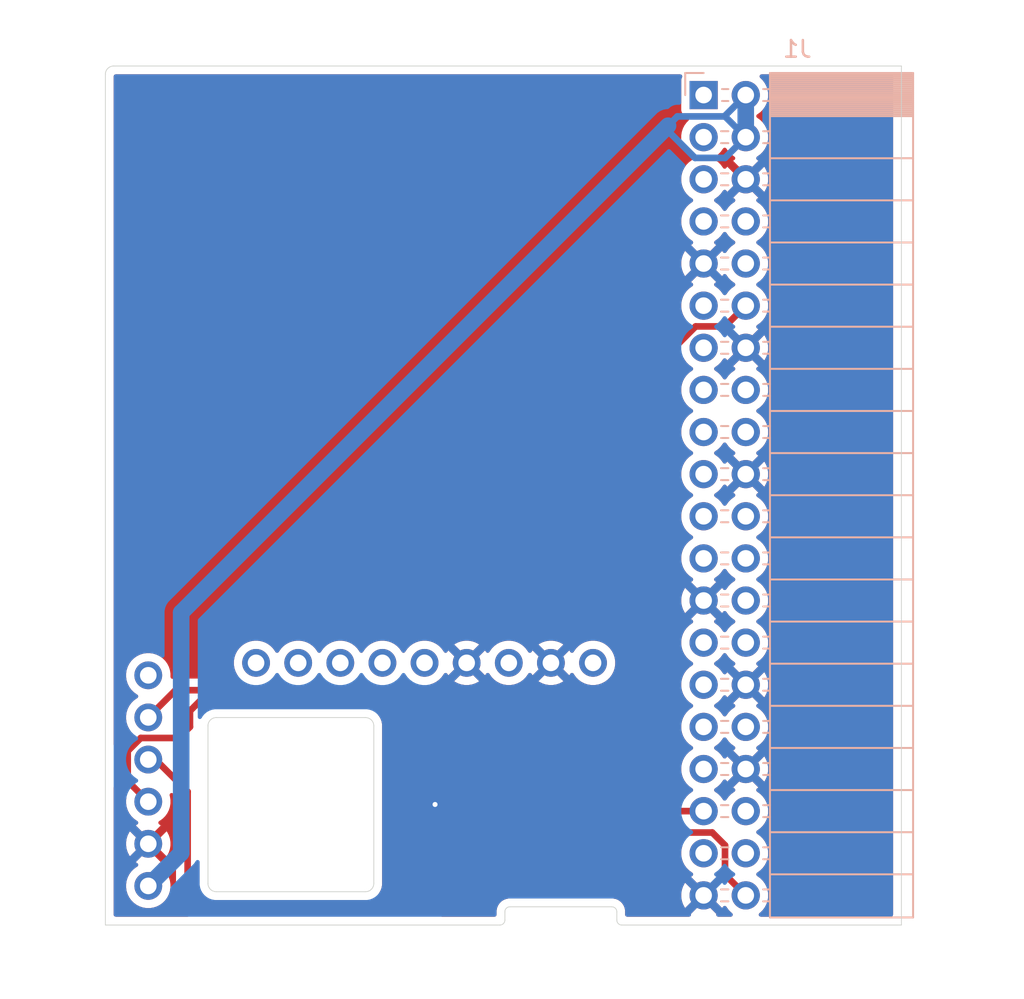
<source format=kicad_pcb>
(kicad_pcb (version 20241229) (generator "pcbnew") (generator_version "9.0")
  (layers (0 "F.Cu" signal) (2 "B.Cu" signal) (13 "F.Paste" user) (15 "B.Paste" user) (5 "F.SilkS" user "F.Silkscreen") (7 "B.SilkS" user "B.Silkscreen") (1 "F.Mask" user) (3 "B.Mask" user) (25 "Edge.Cuts" user))
  (net 0 "")
  (net 2 "GND")
  (net 3 "+5V")
  (net 4 "DIN")
  (net 22 "BCK")
  (net 30 "LCK")
  (footprint "pcm5102:pcm5102_module" (layer "F.Cu") (at 90.586 95.501 -90)
    (property "Reference" "U1" (hide yes))
    (property "Value" "~" (hide yes))
    (pad "1" thru_hole circle (at 1.5 -28.32 270) (size 1.676 1.676) (drill 1) (layers "*.Cu" "*.Mask"))
    (pad "2" thru_hole circle (at 1.5 -25.78 270) (size 1.676 1.676) (drill 1) (layers "*.Cu" "*.Mask") (net 2 "GND"))
    (pad "3" thru_hole circle (at 1.5 -23.24 270) (size 1.676 1.676) (drill 1) (layers "*.Cu" "*.Mask"))
    (pad "4" thru_hole circle (at 1.5 -20.7 270) (size 1.676 1.676) (drill 1) (layers "*.Cu" "*.Mask") (net 2 "GND"))
    (pad "5" thru_hole circle (at 1.5 -18.16 270) (size 1.676 1.676) (drill 1) (layers "*.Cu" "*.Mask"))
    (pad "6" thru_hole circle (at 1.5 -15.62 270) (size 1.676 1.676) (drill 1) (layers "*.Cu" "*.Mask"))
    (pad "7" thru_hole circle (at 1.5 -13.08 270) (size 1.676 1.676) (drill 1) (layers "*.Cu" "*.Mask"))
    (pad "8" thru_hole circle (at 1.5 -10.54 270) (size 1.676 1.676) (drill 1) (layers "*.Cu" "*.Mask"))
    (pad "9" thru_hole circle (at 1.5 -8 270) (size 1.676 1.676) (drill 1) (layers "*.Cu" "*.Mask"))
    (pad "10" thru_hole circle (at 2.25 -1.5 270) (size 1.676 1.676) (drill 1) (layers "*.Cu" "*.Mask"))
    (pad "11" thru_hole circle (at 4.79 -1.5 270) (size 1.676 1.676) (drill 1) (layers "*.Cu" "*.Mask") (net 22 "BCK"))
    (pad "12" thru_hole circle (at 7.33 -1.5 270) (size 1.676 1.676) (drill 1) (layers "*.Cu" "*.Mask") (net 4 "DIN"))
    (pad "13" thru_hole circle (at 9.87 -1.5 270) (size 1.676 1.676) (drill 1) (layers "*.Cu" "*.Mask") (net 30 "LCK"))
    (pad "14" thru_hole circle (at 12.41 -1.5 270) (size 1.676 1.676) (drill 1) (layers "*.Cu" "*.Mask") (net 2 "GND"))
    (pad "15" thru_hole circle (at 14.95 -1.5 270) (size 1.676 1.676) (drill 1) (layers "*.Cu" "*.Mask") (net 3 "+5V"))
  )
  (footprint "Connector_PinSocket_2.54mm:PinSocket_2x20_P2.54mm_Horizontal" (layer "B.Cu") (at 125.575 62.7615 180)
    (property "Reference" "J1" (at -5.65 2.77 0) (layer "B.SilkS") (effects (justify mirror)))
    (property "Value" "GPIO")
    (fp_line (start 1.11 1.33) (end 1.11 0) (stroke (width 0.12)) (layer "B.SilkS"))
    (fp_line (start 0 1.33) (end 1.11 1.33) (stroke (width 0.12)) (layer "B.SilkS"))
    (fp_line (start -1.49 0.36) (end -1.11 0.36) (stroke (width 0.12)) (layer "B.SilkS"))
    (fp_line (start -1.49 -0.36) (end -1.11 -0.36) (stroke (width 0.12)) (layer "B.SilkS"))
    (fp_line (start -1.49 -2.18) (end -1.05 -2.18) (stroke (width 0.12)) (layer "B.SilkS"))
    (fp_line (start -1.49 -2.9) (end -1.05 -2.9) (stroke (width 0.12)) (layer "B.SilkS"))
    (fp_line (start -1.49 -4.72) (end -1.05 -4.72) (stroke (width 0.12)) (layer "B.SilkS"))
    (fp_line (start -1.49 -5.44) (end -1.05 -5.44) (stroke (width 0.12)) (layer "B.SilkS"))
    (fp_line (start -1.49 -7.26) (end -1.05 -7.26) (stroke (width 0.12)) (layer "B.SilkS"))
    (fp_line (start -1.49 -7.98) (end -1.05 -7.98) (stroke (width 0.12)) (layer "B.SilkS"))
    (fp_line (start -1.49 -9.8) (end -1.05 -9.8) (stroke (width 0.12)) (layer "B.SilkS"))
    (fp_line (start -1.49 -10.52) (end -1.05 -10.52) (stroke (width 0.12)) (layer "B.SilkS"))
    (fp_line (start -1.49 -12.34) (end -1.05 -12.34) (stroke (width 0.12)) (layer "B.SilkS"))
    (fp_line (start -1.49 -13.06) (end -1.05 -13.06) (stroke (width 0.12)) (layer "B.SilkS"))
    (fp_line (start -1.49 -14.88) (end -1.05 -14.88) (stroke (width 0.12)) (layer "B.SilkS"))
    (fp_line (start -1.49 -15.6) (end -1.05 -15.6) (stroke (width 0.12)) (layer "B.SilkS"))
    (fp_line (start -1.49 -17.42) (end -1.05 -17.42) (stroke (width 0.12)) (layer "B.SilkS"))
    (fp_line (start -1.49 -18.14) (end -1.05 -18.14) (stroke (width 0.12)) (layer "B.SilkS"))
    (fp_line (start -1.49 -19.96) (end -1.05 -19.96) (stroke (width 0.12)) (layer "B.SilkS"))
    (fp_line (start -1.49 -20.68) (end -1.05 -20.68) (stroke (width 0.12)) (layer "B.SilkS"))
    (fp_line (start -1.49 -22.5) (end -1.05 -22.5) (stroke (width 0.12)) (layer "B.SilkS"))
    (fp_line (start -1.49 -23.22) (end -1.05 -23.22) (stroke (width 0.12)) (layer "B.SilkS"))
    (fp_line (start -1.49 -25.04) (end -1.05 -25.04) (stroke (width 0.12)) (layer "B.SilkS"))
    (fp_line (start -1.49 -25.76) (end -1.05 -25.76) (stroke (width 0.12)) (layer "B.SilkS"))
    (fp_line (start -1.49 -27.58) (end -1.05 -27.58) (stroke (width 0.12)) (layer "B.SilkS"))
    (fp_line (start -1.49 -28.3) (end -1.05 -28.3) (stroke (width 0.12)) (layer "B.SilkS"))
    (fp_line (start -1.49 -30.12) (end -1.05 -30.12) (stroke (width 0.12)) (layer "B.SilkS"))
    (fp_line (start -1.49 -30.84) (end -1.05 -30.84) (stroke (width 0.12)) (layer "B.SilkS"))
    (fp_line (start -1.49 -32.66) (end -1.05 -32.66) (stroke (width 0.12)) (layer "B.SilkS"))
    (fp_line (start -1.49 -33.38) (end -1.05 -33.38) (stroke (width 0.12)) (layer "B.SilkS"))
    (fp_line (start -1.49 -35.2) (end -1.05 -35.2) (stroke (width 0.12)) (layer "B.SilkS"))
    (fp_line (start -1.49 -35.92) (end -1.05 -35.92) (stroke (width 0.12)) (layer "B.SilkS"))
    (fp_line (start -1.49 -37.74) (end -1.05 -37.74) (stroke (width 0.12)) (layer "B.SilkS"))
    (fp_line (start -1.49 -38.46) (end -1.05 -38.46) (stroke (width 0.12)) (layer "B.SilkS"))
    (fp_line (start -1.49 -40.28) (end -1.05 -40.28) (stroke (width 0.12)) (layer "B.SilkS"))
    (fp_line (start -1.49 -41) (end -1.05 -41) (stroke (width 0.12)) (layer "B.SilkS"))
    (fp_line (start -1.49 -42.82) (end -1.05 -42.82) (stroke (width 0.12)) (layer "B.SilkS"))
    (fp_line (start -1.49 -43.54) (end -1.05 -43.54) (stroke (width 0.12)) (layer "B.SilkS"))
    (fp_line (start -1.49 -45.36) (end -1.05 -45.36) (stroke (width 0.12)) (layer "B.SilkS"))
    (fp_line (start -1.49 -46.08) (end -1.05 -46.08) (stroke (width 0.12)) (layer "B.SilkS"))
    (fp_line (start -1.49 -47.9) (end -1.05 -47.9) (stroke (width 0.12)) (layer "B.SilkS"))
    (fp_line (start -1.49 -48.62) (end -1.05 -48.62) (stroke (width 0.12)) (layer "B.SilkS"))
    (fp_line (start -4 1.33) (end -4 -49.59) (stroke (width 0.12)) (layer "B.SilkS"))
    (fp_line (start -4 0.36) (end -3.59 0.36) (stroke (width 0.12)) (layer "B.SilkS"))
    (fp_line (start -4 -0.36) (end -3.59 -0.36) (stroke (width 0.12)) (layer "B.SilkS"))
    (fp_line (start -4 -2.18) (end -3.59 -2.18) (stroke (width 0.12)) (layer "B.SilkS"))
    (fp_line (start -4 -2.9) (end -3.59 -2.9) (stroke (width 0.12)) (layer "B.SilkS"))
    (fp_line (start -4 -4.72) (end -3.59 -4.72) (stroke (width 0.12)) (layer "B.SilkS"))
    (fp_line (start -4 -5.44) (end -3.59 -5.44) (stroke (width 0.12)) (layer "B.SilkS"))
    (fp_line (start -4 -7.26) (end -3.59 -7.26) (stroke (width 0.12)) (layer "B.SilkS"))
    (fp_line (start -4 -7.98) (end -3.59 -7.98) (stroke (width 0.12)) (layer "B.SilkS"))
    (fp_line (start -4 -9.8) (end -3.59 -9.8) (stroke (width 0.12)) (layer "B.SilkS"))
    (fp_line (start -4 -10.52) (end -3.59 -10.52) (stroke (width 0.12)) (layer "B.SilkS"))
    (fp_line (start -4 -12.34) (end -3.59 -12.34) (stroke (width 0.12)) (layer "B.SilkS"))
    (fp_line (start -4 -13.06) (end -3.59 -13.06) (stroke (width 0.12)) (layer "B.SilkS"))
    (fp_line (start -4 -14.88) (end -3.59 -14.88) (stroke (width 0.12)) (layer "B.SilkS"))
    (fp_line (start -4 -15.6) (end -3.59 -15.6) (stroke (width 0.12)) (layer "B.SilkS"))
    (fp_line (start -4 -17.42) (end -3.59 -17.42) (stroke (width 0.12)) (layer "B.SilkS"))
    (fp_line (start -4 -18.14) (end -3.59 -18.14) (stroke (width 0.12)) (layer "B.SilkS"))
    (fp_line (start -4 -19.96) (end -3.59 -19.96) (stroke (width 0.12)) (layer "B.SilkS"))
    (fp_line (start -4 -20.68) (end -3.59 -20.68) (stroke (width 0.12)) (layer "B.SilkS"))
    (fp_line (start -4 -22.5) (end -3.59 -22.5) (stroke (width 0.12)) (layer "B.SilkS"))
    (fp_line (start -4 -23.22) (end -3.59 -23.22) (stroke (width 0.12)) (layer "B.SilkS"))
    (fp_line (start -4 -25.04) (end -3.59 -25.04) (stroke (width 0.12)) (layer "B.SilkS"))
    (fp_line (start -4 -25.76) (end -3.59 -25.76) (stroke (width 0.12)) (layer "B.SilkS"))
    (fp_line (start -4 -27.58) (end -3.59 -27.58) (stroke (width 0.12)) (layer "B.SilkS"))
    (fp_line (start -4 -28.3) (end -3.59 -28.3) (stroke (width 0.12)) (layer "B.SilkS"))
    (fp_line (start -4 -30.12) (end -3.59 -30.12) (stroke (width 0.12)) (layer "B.SilkS"))
    (fp_line (start -4 -30.84) (end -3.59 -30.84) (stroke (width 0.12)) (layer "B.SilkS"))
    (fp_line (start -4 -32.66) (end -3.59 -32.66) (stroke (width 0.12)) (layer "B.SilkS"))
    (fp_line (start -4 -33.38) (end -3.59 -33.38) (stroke (width 0.12)) (layer "B.SilkS"))
    (fp_line (start -4 -35.2) (end -3.59 -35.2) (stroke (width 0.12)) (layer "B.SilkS"))
    (fp_line (start -4 -35.92) (end -3.59 -35.92) (stroke (width 0.12)) (layer "B.SilkS"))
    (fp_line (start -4 -37.74) (end -3.59 -37.74) (stroke (width 0.12)) (layer "B.SilkS"))
    (fp_line (start -4 -38.46) (end -3.59 -38.46) (stroke (width 0.12)) (layer "B.SilkS"))
    (fp_line (start -4 -40.28) (end -3.59 -40.28) (stroke (width 0.12)) (layer "B.SilkS"))
    (fp_line (start -4 -41) (end -3.59 -41) (stroke (width 0.12)) (layer "B.SilkS"))
    (fp_line (start -4 -42.82) (end -3.59 -42.82) (stroke (width 0.12)) (layer "B.SilkS"))
    (fp_line (start -4 -43.54) (end -3.59 -43.54) (stroke (width 0.12)) (layer "B.SilkS"))
    (fp_line (start -4 -45.36) (end -3.59 -45.36) (stroke (width 0.12)) (layer "B.SilkS"))
    (fp_line (start -4 -46.08) (end -3.59 -46.08) (stroke (width 0.12)) (layer "B.SilkS"))
    (fp_line (start -4 -47.9) (end -3.59 -47.9) (stroke (width 0.12)) (layer "B.SilkS"))
    (fp_line (start -4 -48.62) (end -3.59 -48.62) (stroke (width 0.12)) (layer "B.SilkS"))
    (fp_line (start -12.63 1.33) (end -4 1.33) (stroke (width 0.12)) (layer "B.SilkS"))
    (fp_line (start -12.63 1.33) (end -12.63 -49.59) (stroke (width 0.12)) (layer "B.SilkS"))
    (fp_line (start -12.63 1.21) (end -4 1.21) (stroke (width 0.12)) (layer "B.SilkS"))
    (fp_line (start -12.63 1.091905) (end -4 1.091905) (stroke (width 0.12)) (layer "B.SilkS"))
    (fp_line (start -12.63 0.97381) (end -4 0.97381) (stroke (width 0.12)) (layer "B.SilkS"))
    (fp_line (start -12.63 0.855715) (end -4 0.855715) (stroke (width 0.12)) (layer "B.SilkS"))
    (fp_line (start -12.63 0.73762) (end -4 0.73762) (stroke (width 0.12)) (layer "B.SilkS"))
    (fp_line (start -12.63 0.619525) (end -4 0.619525) (stroke (width 0.12)) (layer "B.SilkS"))
    (fp_line (start -12.63 0.50143) (end -4 0.50143) (stroke (width 0.12)) (layer "B.SilkS"))
    (fp_line (start -12.63 0.383335) (end -4 0.383335) (stroke (width 0.12)) (layer "B.SilkS"))
    (fp_line (start -12.63 0.26524) (end -4 0.26524) (stroke (width 0.12)) (layer "B.SilkS"))
    (fp_line (start -12.63 0.147145) (end -4 0.147145) (stroke (width 0.12)) (layer "B.SilkS"))
    (fp_line (start -12.63 0.02905) (end -4 0.02905) (stroke (width 0.12)) (layer "B.SilkS"))
    (fp_line (start -12.63 -0.089045) (end -4 -0.089045) (stroke (width 0.12)) (layer "B.SilkS"))
    (fp_line (start -12.63 -0.20714) (end -4 -0.20714) (stroke (width 0.12)) (layer "B.SilkS"))
    (fp_line (start -12.63 -0.325235) (end -4 -0.325235) (stroke (width 0.12)) (layer "B.SilkS"))
    (fp_line (start -12.63 -0.44333) (end -4 -0.44333) (stroke (width 0.12)) (layer "B.SilkS"))
    (fp_line (start -12.63 -0.561425) (end -4 -0.561425) (stroke (width 0.12)) (layer "B.SilkS"))
    (fp_line (start -12.63 -0.67952) (end -4 -0.67952) (stroke (width 0.12)) (layer "B.SilkS"))
    (fp_line (start -12.63 -0.797615) (end -4 -0.797615) (stroke (width 0.12)) (layer "B.SilkS"))
    (fp_line (start -12.63 -0.91571) (end -4 -0.91571) (stroke (width 0.12)) (layer "B.SilkS"))
    (fp_line (start -12.63 -1.033805) (end -4 -1.033805) (stroke (width 0.12)) (layer "B.SilkS"))
    (fp_line (start -12.63 -1.1519) (end -4 -1.1519) (stroke (width 0.12)) (layer "B.SilkS"))
    (fp_line (start -12.63 -1.27) (end -4 -1.27) (stroke (width 0.12)) (layer "B.SilkS"))
    (fp_line (start -12.63 -3.81) (end -4 -3.81) (stroke (width 0.12)) (layer "B.SilkS"))
    (fp_line (start -12.63 -6.35) (end -4 -6.35) (stroke (width 0.12)) (layer "B.SilkS"))
    (fp_line (start -12.63 -8.89) (end -4 -8.89) (stroke (width 0.12)) (layer "B.SilkS"))
    (fp_line (start -12.63 -11.43) (end -4 -11.43) (stroke (width 0.12)) (layer "B.SilkS"))
    (fp_line (start -12.63 -13.97) (end -4 -13.97) (stroke (width 0.12)) (layer "B.SilkS"))
    (fp_line (start -12.63 -16.51) (end -4 -16.51) (stroke (width 0.12)) (layer "B.SilkS"))
    (fp_line (start -12.63 -19.05) (end -4 -19.05) (stroke (width 0.12)) (layer "B.SilkS"))
    (fp_line (start -12.63 -21.59) (end -4 -21.59) (stroke (width 0.12)) (layer "B.SilkS"))
    (fp_line (start -12.63 -24.13) (end -4 -24.13) (stroke (width 0.12)) (layer "B.SilkS"))
    (fp_line (start -12.63 -26.67) (end -4 -26.67) (stroke (width 0.12)) (layer "B.SilkS"))
    (fp_line (start -12.63 -29.21) (end -4 -29.21) (stroke (width 0.12)) (layer "B.SilkS"))
    (fp_line (start -12.63 -31.75) (end -4 -31.75) (stroke (width 0.12)) (layer "B.SilkS"))
    (fp_line (start -12.63 -34.29) (end -4 -34.29) (stroke (width 0.12)) (layer "B.SilkS"))
    (fp_line (start -12.63 -36.83) (end -4 -36.83) (stroke (width 0.12)) (layer "B.SilkS"))
    (fp_line (start -12.63 -39.37) (end -4 -39.37) (stroke (width 0.12)) (layer "B.SilkS"))
    (fp_line (start -12.63 -41.91) (end -4 -41.91) (stroke (width 0.12)) (layer "B.SilkS"))
    (fp_line (start -12.63 -44.45) (end -4 -44.45) (stroke (width 0.12)) (layer "B.SilkS"))
    (fp_line (start -12.63 -46.99) (end -4 -46.99) (stroke (width 0.12)) (layer "B.SilkS"))
    (fp_line (start -12.63 -49.59) (end -4 -49.59) (stroke (width 0.12)) (layer "B.SilkS"))
    (pad "1" thru_hole rect (at 0 0 180) (size 1.7 1.7) (drill 1) (layers "*.Cu" "*.Mask"))
    (pad "2" thru_hole circle (at -2.54 0 180) (size 1.7 1.7) (drill 1) (layers "*.Cu" "*.Mask") (net 3 "+5V"))
    (pad "3" thru_hole circle (at 0 -2.54 180) (size 1.7 1.7) (drill 1) (layers "*.Cu" "*.Mask"))
    (pad "4" thru_hole circle (at -2.54 -2.54 180) (size 1.7 1.7) (drill 1) (layers "*.Cu" "*.Mask") (net 3 "+5V"))
    (pad "5" thru_hole circle (at 0 -5.08 180) (size 1.7 1.7) (drill 1) (layers "*.Cu" "*.Mask"))
    (pad "6" thru_hole circle (at -2.54 -5.08 180) (size 1.7 1.7) (drill 1) (layers "*.Cu" "*.Mask") (net 2 "GND"))
    (pad "7" thru_hole circle (at 0 -7.62 180) (size 1.7 1.7) (drill 1) (layers "*.Cu" "*.Mask"))
    (pad "8" thru_hole circle (at -2.54 -7.62 180) (size 1.7 1.7) (drill 1) (layers "*.Cu" "*.Mask"))
    (pad "9" thru_hole circle (at 0 -10.16 180) (size 1.7 1.7) (drill 1) (layers "*.Cu" "*.Mask") (net 2 "GND"))
    (pad "10" thru_hole circle (at -2.54 -10.16 180) (size 1.7 1.7) (drill 1) (layers "*.Cu" "*.Mask"))
    (pad "11" thru_hole circle (at 0 -12.7 180) (size 1.7 1.7) (drill 1) (layers "*.Cu" "*.Mask"))
    (pad "12" thru_hole circle (at -2.54 -12.7 180) (size 1.7 1.7) (drill 1) (layers "*.Cu" "*.Mask") (net 22 "BCK"))
    (pad "13" thru_hole circle (at 0 -15.24 180) (size 1.7 1.7) (drill 1) (layers "*.Cu" "*.Mask"))
    (pad "14" thru_hole circle (at -2.54 -15.24 180) (size 1.7 1.7) (drill 1) (layers "*.Cu" "*.Mask") (net 2 "GND"))
    (pad "15" thru_hole circle (at 0 -17.78 180) (size 1.7 1.7) (drill 1) (layers "*.Cu" "*.Mask"))
    (pad "16" thru_hole circle (at -2.54 -17.78 180) (size 1.7 1.7) (drill 1) (layers "*.Cu" "*.Mask"))
    (pad "17" thru_hole circle (at 0 -20.32 180) (size 1.7 1.7) (drill 1) (layers "*.Cu" "*.Mask"))
    (pad "18" thru_hole circle (at -2.54 -20.32 180) (size 1.7 1.7) (drill 1) (layers "*.Cu" "*.Mask"))
    (pad "19" thru_hole circle (at 0 -22.86 180) (size 1.7 1.7) (drill 1) (layers "*.Cu" "*.Mask"))
    (pad "20" thru_hole circle (at -2.54 -22.86 180) (size 1.7 1.7) (drill 1) (layers "*.Cu" "*.Mask") (net 2 "GND"))
    (pad "21" thru_hole circle (at 0 -25.4 180) (size 1.7 1.7) (drill 1) (layers "*.Cu" "*.Mask"))
    (pad "22" thru_hole circle (at -2.54 -25.4 180) (size 1.7 1.7) (drill 1) (layers "*.Cu" "*.Mask"))
    (pad "23" thru_hole circle (at 0 -27.94 180) (size 1.7 1.7) (drill 1) (layers "*.Cu" "*.Mask"))
    (pad "24" thru_hole circle (at -2.54 -27.94 180) (size 1.7 1.7) (drill 1) (layers "*.Cu" "*.Mask"))
    (pad "25" thru_hole circle (at 0 -30.48 180) (size 1.7 1.7) (drill 1) (layers "*.Cu" "*.Mask") (net 2 "GND"))
    (pad "26" thru_hole circle (at -2.54 -30.48 180) (size 1.7 1.7) (drill 1) (layers "*.Cu" "*.Mask"))
    (pad "27" thru_hole circle (at 0 -33.02 180) (size 1.7 1.7) (drill 1) (layers "*.Cu" "*.Mask"))
    (pad "28" thru_hole circle (at -2.54 -33.02 180) (size 1.7 1.7) (drill 1) (layers "*.Cu" "*.Mask"))
    (pad "29" thru_hole circle (at 0 -35.56 180) (size 1.7 1.7) (drill 1) (layers "*.Cu" "*.Mask"))
    (pad "30" thru_hole circle (at -2.54 -35.56 180) (size 1.7 1.7) (drill 1) (layers "*.Cu" "*.Mask") (net 2 "GND"))
    (pad "31" thru_hole circle (at 0 -38.1 180) (size 1.7 1.7) (drill 1) (layers "*.Cu" "*.Mask"))
    (pad "32" thru_hole circle (at -2.54 -38.1 180) (size 1.7 1.7) (drill 1) (layers "*.Cu" "*.Mask"))
    (pad "33" thru_hole circle (at 0 -40.64 180) (size 1.7 1.7) (drill 1) (layers "*.Cu" "*.Mask"))
    (pad "34" thru_hole circle (at -2.54 -40.64 180) (size 1.7 1.7) (drill 1) (layers "*.Cu" "*.Mask") (net 2 "GND"))
    (pad "35" thru_hole circle (at 0 -43.18 180) (size 1.7 1.7) (drill 1) (layers "*.Cu" "*.Mask") (net 30 "LCK"))
    (pad "36" thru_hole circle (at -2.54 -43.18 180) (size 1.7 1.7) (drill 1) (layers "*.Cu" "*.Mask"))
    (pad "37" thru_hole circle (at 0 -45.72 180) (size 1.7 1.7) (drill 1) (layers "*.Cu" "*.Mask"))
    (pad "38" thru_hole circle (at -2.54 -45.72 180) (size 1.7 1.7) (drill 1) (layers "*.Cu" "*.Mask"))
    (pad "39" thru_hole circle (at 0 -48.26 180) (size 1.7 1.7) (drill 1) (layers "*.Cu" "*.Mask") (net 2 "GND"))
    (pad "40" thru_hole circle (at -2.54 -48.26 180) (size 1.7 1.7) (drill 1) (layers "*.Cu" "*.Mask") (net 4 "DIN"))
  )
  (gr_arc (start 113.59 112.51) (mid 113.502132 112.722132) (end 113.29 112.81) (stroke (width 0.05)) (layer "Edge.Cuts"))
  (gr_arc (start 120.64 112.81) (mid 120.427868 112.722132) (end 120.34 112.51) (stroke (width 0.05)) (layer "Edge.Cuts"))
  (gr_line (start 89.5 61.51) (end 89.5 112.81) (stroke (width 0.05)) (layer "Edge.Cuts"))
  (gr_line (start 113.29 112.81) (end 89.5 112.81) (stroke (width 0.05)) (layer "Edge.Cuts"))
  (gr_line (start 120.64 112.81) (end 137.5 112.81) (stroke (width 0.05)) (layer "Edge.Cuts"))
  (gr_arc (start 105.686 110.3) (mid 105.539553 110.653553) (end 105.186 110.8) (stroke (width 0.05)) (layer "Edge.Cuts"))
  (gr_line (start 96.186 100.3) (end 105.186 100.3) (stroke (width 0.05)) (layer "Edge.Cuts"))
  (gr_arc (start 120.04 111.71) (mid 120.252132 111.797868) (end 120.34 112.01) (stroke (width 0.05)) (layer "Edge.Cuts"))
  (gr_line (start 137.5 61.01) (end 90 61.01) (stroke (width 0.05)) (layer "Edge.Cuts"))
  (gr_line (start 95.686 110.3) (end 95.686 100.8) (stroke (width 0.05)) (layer "Edge.Cuts"))
  (gr_arc (start 89.5 61.51) (mid 89.646447 61.156447) (end 90 61.01) (stroke (width 0.05)) (layer "Edge.Cuts"))
  (gr_line (start 120.34 112.01) (end 120.34 112.51) (stroke (width 0.05)) (layer "Edge.Cuts"))
  (gr_arc (start 96.186 110.8) (mid 95.832447 110.653553) (end 95.686 110.3) (stroke (width 0.05)) (layer "Edge.Cuts"))
  (gr_line (start 105.186 110.8) (end 96.186 110.8) (stroke (width 0.05)) (layer "Edge.Cuts"))
  (gr_line (start 105.686 100.8) (end 105.686 110.3) (stroke (width 0.05)) (layer "Edge.Cuts"))
  (gr_line (start 113.89 111.71) (end 120.04 111.71) (stroke (width 0.05)) (layer "Edge.Cuts"))
  (gr_line (start 113.59 112.51) (end 113.59 112.01) (stroke (width 0.05)) (layer "Edge.Cuts"))
  (gr_arc (start 113.59 112.01) (mid 113.677868 111.797868) (end 113.89 111.71) (stroke (width 0.05)) (layer "Edge.Cuts"))
  (gr_arc (start 105.186 100.3) (mid 105.539553 100.446447) (end 105.686 100.8) (stroke (width 0.05)) (layer "Edge.Cuts"))
  (gr_arc (start 95.686 100.8) (mid 95.832447 100.446447) (end 96.186 100.3) (stroke (width 0.05)) (layer "Edge.Cuts"))
  (gr_line (start 137.5 112.81) (end 137.5 61.01) (stroke (width 0.05)) (layer "Edge.Cuts"))
  (via (at 109.38 105.54) (size 0.6) (drill 0.3) (layers "F.Cu" "B.Cu") (net 2))
  (segment (start 92.086 110.451) (end 94.07 108.467) (width 1) (layer "B.Cu") (net 3))
  (segment (start 94.07 93.97) (end 123.43 64.61) (width 1) (layer "B.Cu") (net 3))
  (segment (start 128.115 62.7615) (end 128.115 65.3015) (width 1) (layer "B.Cu") (net 3))
  (segment (start 123.43 64.61) (end 123.9895 64.0505) (width 0.4) (layer "B.Cu") (net 3))
  (segment (start 94.07 108.467) (end 94.07 96.37) (width 1) (layer "B.Cu") (net 3))
  (segment (start 126.864 64.0505) (end 128.115 65.3015) (width 0.4) (layer "B.Cu") (net 3))
  (segment (start 125.056818 66.5525) (end 123.43 64.925682) (width 0.4) (layer "B.Cu") (net 3))
  (segment (start 126.864 64.0125) (end 128.115 62.7615) (width 0.4) (layer "B.Cu") (net 3))
  (segment (start 128.115 65.3015) (end 126.864 66.5525) (width 0.4) (layer "B.Cu") (net 3))
  (segment (start 94.07 96.37) (end 94.07 93.97) (width 1) (layer "B.Cu") (net 3))
  (segment (start 123.9895 64.0505) (end 126.864 64.0505) (width 0.4) (layer "B.Cu") (net 3))
  (segment (start 126.864 64.0505) (end 126.864 64.0125) (width 0.4) (layer "B.Cu") (net 3))
  (segment (start 123.43 64.925682) (end 123.43 64.61) (width 0.4) (layer "B.Cu") (net 3))
  (segment (start 126.864 66.5525) (end 125.056818 66.5525) (width 0.4) (layer "B.Cu") (net 3))
  (segment (start 92.521 102.831) (end 92.086 102.831) (width 0.4) (layer "F.Cu") (net 4))
  (segment (start 111.755 109.065) (end 109.03 111.79) (width 0.4) (layer "F.Cu") (net 4))
  (segment (start 95.23 111.79) (end 94.46 111.02) (width 0.4) (layer "F.Cu") (net 4))
  (segment (start 128.115 111.0215) (end 126.864 109.7705) (width 0.4) (layer "F.Cu") (net 4))
  (segment (start 109.03 111.79) (end 95.23 111.79) (width 0.4) (layer "F.Cu") (net 4))
  (segment (start 126.864 108.001318) (end 126.093182 107.2305) (width 0.4) (layer "F.Cu") (net 4))
  (segment (start 121.275 109.065) (end 111.755 109.065) (width 0.4) (layer "F.Cu") (net 4))
  (segment (start 94.46 104.77) (end 92.521 102.831) (width 0.4) (layer "F.Cu") (net 4))
  (segment (start 123.1095 107.2305) (end 121.275 109.065) (width 0.4) (layer "F.Cu") (net 4))
  (segment (start 94.46 111.02) (end 94.46 104.77) (width 0.4) (layer "F.Cu") (net 4))
  (segment (start 126.864 109.7705) (end 126.864 108.001318) (width 0.4) (layer "F.Cu") (net 4))
  (segment (start 126.093182 107.2305) (end 123.1095 107.2305) (width 0.4) (layer "F.Cu") (net 4))
  (segment (start 126.864 76.7125) (end 128.115 75.4615) (width 0.4) (layer "F.Cu") (net 22))
  (segment (start 120.75 99.99) (end 122.29 98.45) (width 0.4) (layer "F.Cu") (net 22))
  (segment (start 93.728 98.649) (end 108.24 98.649) (width 0.4) (layer "F.Cu") (net 22))
  (segment (start 109.581 99.99) (end 120.75 99.99) (width 0.4) (layer "F.Cu") (net 22))
  (segment (start 108.24 98.649) (end 109.581 99.99) (width 0.4) (layer "F.Cu") (net 22))
  (segment (start 125.094818 76.7125) (end 126.864 76.7125) (width 0.4) (layer "F.Cu") (net 22))
  (segment (start 92.086 100.291) (end 93.728 98.649) (width 0.4) (layer "F.Cu") (net 22))
  (segment (start 122.29 98.45) (end 122.29 79.517318) (width 0.4) (layer "F.Cu") (net 22))
  (segment (start 122.29 79.517318) (end 125.094818 76.7125) (width 0.4) (layer "F.Cu") (net 22))
  (segment (start 114.4915 105.9415) (end 125.575 105.9415) (width 0.4) (layer "F.Cu") (net 30))
  (segment (start 90.847 104.132) (end 90.847 102.317789) (width 0.4) (layer "F.Cu") (net 30))
  (segment (start 93.93 101.53) (end 94.6 100.86) (width 0.4) (layer "F.Cu") (net 30))
  (segment (start 94.6 99.9) (end 95.25 99.25) (width 0.4) (layer "F.Cu") (net 30))
  (segment (start 92.086 105.371) (end 90.847 104.132) (width 0.4) (layer "F.Cu") (net 30))
  (segment (start 90.847 102.317789) (end 91.634789 101.53) (width 0.4) (layer "F.Cu") (net 30))
  (segment (start 107.8 99.25) (end 114.4915 105.9415) (width 0.4) (layer "F.Cu") (net 30))
  (segment (start 94.6 100.86) (end 94.6 99.9) (width 0.4) (layer "F.Cu") (net 30))
  (segment (start 95.25 99.25) (end 107.8 99.25) (width 0.4) (layer "F.Cu") (net 30))
  (segment (start 91.634789 101.53) (end 93.93 101.53) (width 0.4) (layer "F.Cu") (net 30))
  (zone (net 2) (net_name "GND") (layers "F.Cu" "B.Cu") (connect_pads (clearance 0.5)) (min_thickness 0.25) (fill yes (thermal_gap 0.5) (thermal_bridge_width 0.5))
    (polygon (pts (xy 83.58 57.03) (xy 144.8 57.03) (xy 144.9 57.13) (xy 144.9 117.28) (xy 83.145675 117.28) (xy 83.145675 117.28)))
  )
)
</source>
